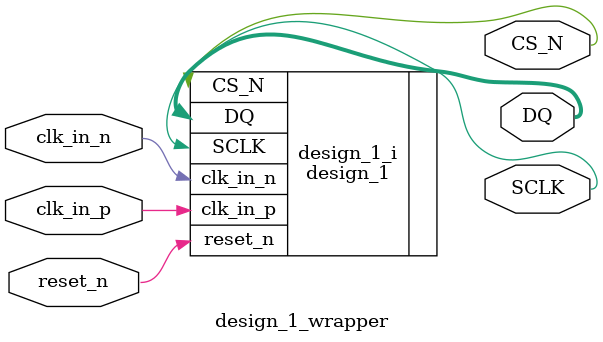
<source format=v>
`timescale 1 ps / 1 ps

module design_1_wrapper
   (CS_N,
    DQ,
    SCLK,
    clk_in_n,
    clk_in_p,
    reset_n);
  output CS_N;
  output [3:0]DQ;
  output SCLK;
  input clk_in_n;
  input clk_in_p;
  input reset_n;

  wire CS_N;
  wire [3:0]DQ;
  wire SCLK;
  wire clk_in_n;
  wire clk_in_p;
  wire reset_n;

  design_1 design_1_i
       (.CS_N(CS_N),
        .DQ(DQ),
        .SCLK(SCLK),
        .clk_in_n(clk_in_n),
        .clk_in_p(clk_in_p),
        .reset_n(reset_n));
endmodule

</source>
